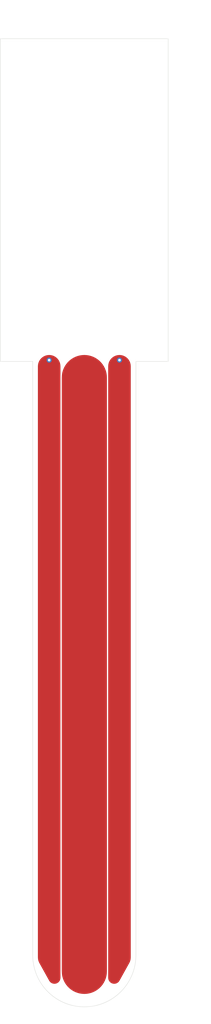
<source format=kicad_pcb>
(kicad_pcb (version 20171130) (host pcbnew 5.1.6)

  (general
    (thickness 1.6)
    (drawings 11)
    (tracks 2)
    (zones 0)
    (modules 0)
    (nets 1)
  )

  (page A4)
  (layers
    (0 F.Cu signal)
    (31 B.Cu signal)
    (32 B.Adhes user)
    (33 F.Adhes user)
    (34 B.Paste user)
    (35 F.Paste user)
    (36 B.SilkS user)
    (37 F.SilkS user)
    (38 B.Mask user)
    (39 F.Mask user)
    (40 Dwgs.User user)
    (41 Cmts.User user)
    (42 Eco1.User user)
    (43 Eco2.User user)
    (44 Edge.Cuts user)
    (45 Margin user)
    (46 B.CrtYd user)
    (47 F.CrtYd user)
    (48 B.Fab user)
    (49 F.Fab user)
  )

  (setup
    (last_trace_width 3.7)
    (user_trace_width 0.2)
    (user_trace_width 0.25)
    (user_trace_width 0.5)
    (user_trace_width 3.7)
    (user_trace_width 7.4)
    (trace_clearance 0.2)
    (zone_clearance 0.508)
    (zone_45_only no)
    (trace_min 0.2)
    (via_size 0.8)
    (via_drill 0.4)
    (via_min_size 0.4)
    (via_min_drill 0.3)
    (uvia_size 0.3)
    (uvia_drill 0.1)
    (uvias_allowed no)
    (uvia_min_size 0.2)
    (uvia_min_drill 0.1)
    (edge_width 0.05)
    (segment_width 0.2)
    (pcb_text_width 0.3)
    (pcb_text_size 1.5 1.5)
    (mod_edge_width 0.12)
    (mod_text_size 1 1)
    (mod_text_width 0.15)
    (pad_size 1.524 1.524)
    (pad_drill 0.762)
    (pad_to_mask_clearance 0.05)
    (aux_axis_origin 0 0)
    (grid_origin 3.5 0)
    (visible_elements FFFFFF7F)
    (pcbplotparams
      (layerselection 0x010fc_ffffffff)
      (usegerberextensions false)
      (usegerberattributes true)
      (usegerberadvancedattributes true)
      (creategerberjobfile true)
      (excludeedgelayer true)
      (linewidth 0.100000)
      (plotframeref false)
      (viasonmask false)
      (mode 1)
      (useauxorigin false)
      (hpglpennumber 1)
      (hpglpenspeed 20)
      (hpglpendiameter 15.000000)
      (psnegative false)
      (psa4output false)
      (plotreference true)
      (plotvalue true)
      (plotinvisibletext false)
      (padsonsilk false)
      (subtractmaskfromsilk false)
      (outputformat 1)
      (mirror false)
      (drillshape 1)
      (scaleselection 1)
      (outputdirectory ""))
  )

  (net 0 "")

  (net_class Default "This is the default net class."
    (clearance 0.2)
    (trace_width 0.25)
    (via_dia 0.8)
    (via_drill 0.4)
    (uvia_dia 0.3)
    (uvia_drill 0.1)
  )

  (net_class Cap_01_A ""
    (clearance 0.2)
    (trace_width 0.37)
    (via_dia 0.8)
    (via_drill 0.4)
    (uvia_dia 0.3)
    (uvia_drill 0.1)
  )

  (net_class Cap_01_B ""
    (clearance 0.2)
    (trace_width 0.74)
    (via_dia 0.8)
    (via_drill 0.4)
    (uvia_dia 0.3)
    (uvia_drill 0.1)
  )

  (net_class Cap_02_A ""
    (clearance 0.2)
    (trace_width 0.37)
    (via_dia 0.8)
    (via_drill 0.4)
    (uvia_dia 0.3)
    (uvia_drill 0.1)
  )

  (net_class Cap_02_B ""
    (clearance 0.2)
    (trace_width 0.74)
    (via_dia 0.8)
    (via_drill 0.4)
    (uvia_dia 0.3)
    (uvia_drill 0.1)
  )

  (dimension 50 (width 0.15) (layer Dwgs.User)
    (gr_text "50.000 mm" (at 148.3 54 270) (layer Dwgs.User) (tstamp 5EF182A2)
      (effects (font (size 1 1) (thickness 0.15)))
    )
    (feature1 (pts (xy 143 79) (xy 147.586421 79)))
    (feature2 (pts (xy 143 29) (xy 147.586421 29)))
    (crossbar (pts (xy 147 29) (xy 147 79)))
    (arrow1a (pts (xy 147 79) (xy 146.413579 77.873496)))
    (arrow1b (pts (xy 147 79) (xy 147.586421 77.873496)))
    (arrow2a (pts (xy 147 29) (xy 146.413579 30.126504)))
    (arrow2b (pts (xy 147 29) (xy 147.586421 30.126504)))
  )
  (dimension 26 (width 0.15) (layer Dwgs.User)
    (gr_text "26.000 mm" (at 130 23.7) (layer Dwgs.User) (tstamp 5EF1829C)
      (effects (font (size 1 1) (thickness 0.15)))
    )
    (feature1 (pts (xy 143 29) (xy 143 24.413579)))
    (feature2 (pts (xy 117 29) (xy 117 24.413579)))
    (crossbar (pts (xy 117 25) (xy 143 25)))
    (arrow1a (pts (xy 143 25) (xy 141.873496 25.586421)))
    (arrow1b (pts (xy 143 25) (xy 141.873496 24.413579)))
    (arrow2a (pts (xy 117 25) (xy 118.126504 25.586421)))
    (arrow2b (pts (xy 117 25) (xy 118.126504 24.413579)))
  )
  (dimension 16 (width 0.15) (layer Dwgs.User)
    (gr_text "16.000 mm" (at 130 182.3) (layer Dwgs.User) (tstamp 5EF18296)
      (effects (font (size 1 1) (thickness 0.15)))
    )
    (feature1 (pts (xy 138 170) (xy 138 181.586421)))
    (feature2 (pts (xy 122 170) (xy 122 181.586421)))
    (crossbar (pts (xy 122 181) (xy 138 181)))
    (arrow1a (pts (xy 138 181) (xy 136.873496 181.586421)))
    (arrow1b (pts (xy 138 181) (xy 136.873496 180.413579)))
    (arrow2a (pts (xy 122 181) (xy 123.126504 181.586421)))
    (arrow2b (pts (xy 122 181) (xy 123.126504 180.413579)))
  )
  (gr_line (start 117 79) (end 122 79) (layer Edge.Cuts) (width 0.05) (tstamp 5EF17CDB))
  (gr_line (start 117 29) (end 117 79) (layer Edge.Cuts) (width 0.05))
  (gr_line (start 143 29) (end 117 29) (layer Edge.Cuts) (width 0.05))
  (gr_line (start 143 79) (end 143 29) (layer Edge.Cuts) (width 0.05))
  (gr_line (start 138 79) (end 143 79) (layer Edge.Cuts) (width 0.05))
  (gr_line (start 122 171) (end 122 79) (layer Edge.Cuts) (width 0.05) (tstamp 5EF1655E))
  (gr_line (start 138 79) (end 138 171) (layer Edge.Cuts) (width 0.05) (tstamp 5EF1655A))
  (gr_arc (start 130 171) (end 122 171) (angle -180) (layer Edge.Cuts) (width 0.05))

  (via (at 124.55 78.8) (size 0.8) (drill 0.4) (layers F.Cu B.Cu) (net 0))
  (via (at 135.45 78.8) (size 0.8) (drill 0.4) (layers F.Cu B.Cu) (net 0))

  (zone (net 0) (net_name "") (layer F.Cu) (tstamp 0) (hatch edge 0.508)
    (connect_pads (clearance 0.508))
    (min_thickness 0.254)
    (fill yes (arc_segments 32) (thermal_gap 0.508) (thermal_bridge_width 0.508) (smoothing fillet) (radius 1.75))
    (polygon
      (pts
        (xy 126.3 178.1) (xy 122.8 171.8) (xy 122.8 78) (xy 126.3 78)
      )
    )
    (filled_polygon
      (pts
        (xy 124.803834 78.14737) (xy 125.051412 78.206808) (xy 125.286652 78.304249) (xy 125.50374 78.43728) (xy 125.697356 78.602644)
        (xy 125.86272 78.79626) (xy 125.995751 79.013348) (xy 126.093192 79.248588) (xy 126.15263 79.496166) (xy 126.173 79.754996)
        (xy 126.173 174.490086) (xy 126.155849 174.658775) (xy 126.107037 174.814376) (xy 126.027906 174.956967) (xy 125.921692 175.080717)
        (xy 125.792748 175.180555) (xy 125.646347 175.252399) (xy 125.48848 175.293306) (xy 125.325608 175.301602) (xy 125.164409 175.27695)
        (xy 125.011462 175.220354) (xy 124.873041 175.134136) (xy 124.754802 175.021819) (xy 124.657891 174.882694) (xy 123.133849 172.139419)
        (xy 123.019296 171.88467) (xy 122.95058 171.619488) (xy 122.927 171.341155) (xy 122.927 79.754996) (xy 122.94737 79.496166)
        (xy 123.006808 79.248588) (xy 123.104249 79.013348) (xy 123.23728 78.79626) (xy 123.402644 78.602644) (xy 123.59626 78.43728)
        (xy 123.813348 78.304249) (xy 124.048588 78.206808) (xy 124.296166 78.14737) (xy 124.55 78.127393)
      )
    )
  )
  (zone (net 0) (net_name "") (layer F.Cu) (tstamp 0) (hatch edge 0.508)
    (connect_pads (clearance 0.508))
    (min_thickness 0.254)
    (fill yes (arc_segments 32) (thermal_gap 0.508) (thermal_bridge_width 0.508) (smoothing fillet) (radius 1.75))
    (polygon
      (pts
        (xy 137.2 171.8) (xy 133.7 178.1) (xy 133.7 78) (xy 137.2 78)
      )
    )
    (filled_polygon
      (pts
        (xy 135.703834 78.14737) (xy 135.951412 78.206808) (xy 136.186652 78.304249) (xy 136.40374 78.43728) (xy 136.597356 78.602644)
        (xy 136.76272 78.79626) (xy 136.895751 79.013348) (xy 136.993192 79.248588) (xy 137.05263 79.496166) (xy 137.073 79.754996)
        (xy 137.073 171.341155) (xy 137.04942 171.619488) (xy 136.980704 171.88467) (xy 136.866151 172.139419) (xy 135.342109 174.882694)
        (xy 135.245198 175.021819) (xy 135.126959 175.134136) (xy 134.988538 175.220354) (xy 134.835591 175.27695) (xy 134.674392 175.301602)
        (xy 134.51152 175.293306) (xy 134.353653 175.252399) (xy 134.207252 175.180555) (xy 134.078308 175.080717) (xy 133.972094 174.956967)
        (xy 133.892963 174.814376) (xy 133.844151 174.658775) (xy 133.827 174.490086) (xy 133.827 79.754996) (xy 133.84737 79.496166)
        (xy 133.906808 79.248588) (xy 134.004249 79.013348) (xy 134.13728 78.79626) (xy 134.302644 78.602644) (xy 134.49626 78.43728)
        (xy 134.713348 78.304249) (xy 134.948588 78.206808) (xy 135.196166 78.14737) (xy 135.45 78.127393)
      )
    )
  )
  (zone (net 0) (net_name "") (layer F.Cu) (tstamp 0) (hatch edge 0.508)
    (connect_pads (clearance 0.508))
    (min_thickness 0.254)
    (fill yes (arc_segments 32) (thermal_gap 0.508) (thermal_bridge_width 0.508) (smoothing fillet) (radius 3.5))
    (polygon
      (pts
        (xy 133.5 177) (xy 126.5 177) (xy 126.5 78) (xy 133.5 78)
      )
    )
    (filled_polygon
      (pts
        (xy 130.352562 78.145651) (xy 130.701242 78.200877) (xy 131.04226 78.292252) (xy 131.371852 78.418771) (xy 131.686417 78.579049)
        (xy 131.982491 78.771323) (xy 132.25686 78.993502) (xy 132.506498 79.24314) (xy 132.728677 79.517509) (xy 132.920951 79.813583)
        (xy 133.081229 80.128148) (xy 133.207748 80.45774) (xy 133.299123 80.798758) (xy 133.354349 81.147438) (xy 133.373 81.503327)
        (xy 133.373 173.496673) (xy 133.354349 173.852562) (xy 133.299123 174.201242) (xy 133.207748 174.54226) (xy 133.081229 174.871852)
        (xy 132.920951 175.186417) (xy 132.728677 175.482491) (xy 132.506498 175.75686) (xy 132.25686 176.006498) (xy 131.982491 176.228677)
        (xy 131.686417 176.420951) (xy 131.371852 176.581229) (xy 131.04226 176.707748) (xy 130.701242 176.799123) (xy 130.352562 176.854349)
        (xy 130 176.872826) (xy 129.647438 176.854349) (xy 129.298758 176.799123) (xy 128.95774 176.707748) (xy 128.628148 176.581229)
        (xy 128.313583 176.420951) (xy 128.017509 176.228677) (xy 127.74314 176.006498) (xy 127.493502 175.75686) (xy 127.271323 175.482491)
        (xy 127.079049 175.186417) (xy 126.918771 174.871852) (xy 126.792252 174.54226) (xy 126.700877 174.201242) (xy 126.645651 173.852562)
        (xy 126.627 173.496673) (xy 126.627 81.503327) (xy 126.645651 81.147438) (xy 126.700877 80.798758) (xy 126.792252 80.45774)
        (xy 126.918771 80.128148) (xy 127.079049 79.813583) (xy 127.271323 79.517509) (xy 127.493502 79.24314) (xy 127.74314 78.993502)
        (xy 128.017509 78.771323) (xy 128.313583 78.579049) (xy 128.628148 78.418771) (xy 128.95774 78.292252) (xy 129.298758 78.200877)
        (xy 129.647438 78.145651) (xy 130 78.127174)
      )
    )
  )
)

</source>
